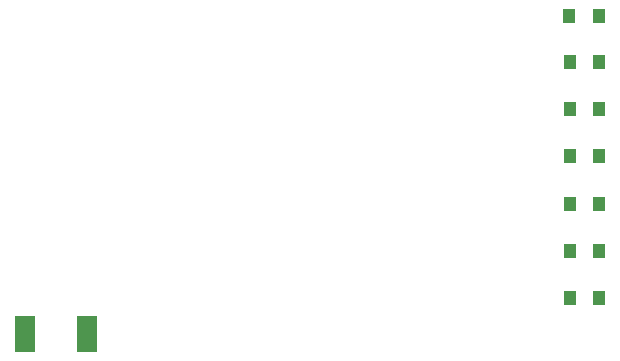
<source format=gtp>
G04 Layer_Color=8421504*
%FSLAX24Y24*%
%MOIN*%
G70*
G01*
G75*
%ADD10R,0.0701X0.1240*%
%ADD11R,0.0433X0.0492*%
D10*
X21070Y10500D02*
D03*
X23130D02*
D03*
D11*
X40192Y21100D02*
D03*
X39208D02*
D03*
X40197Y17985D02*
D03*
X39213D02*
D03*
X40197Y13261D02*
D03*
X39213D02*
D03*
X40197Y16410D02*
D03*
X39213D02*
D03*
X40197Y14835D02*
D03*
X39213D02*
D03*
X40204Y11686D02*
D03*
X39220D02*
D03*
X40197Y19565D02*
D03*
X39213D02*
D03*
M02*

</source>
